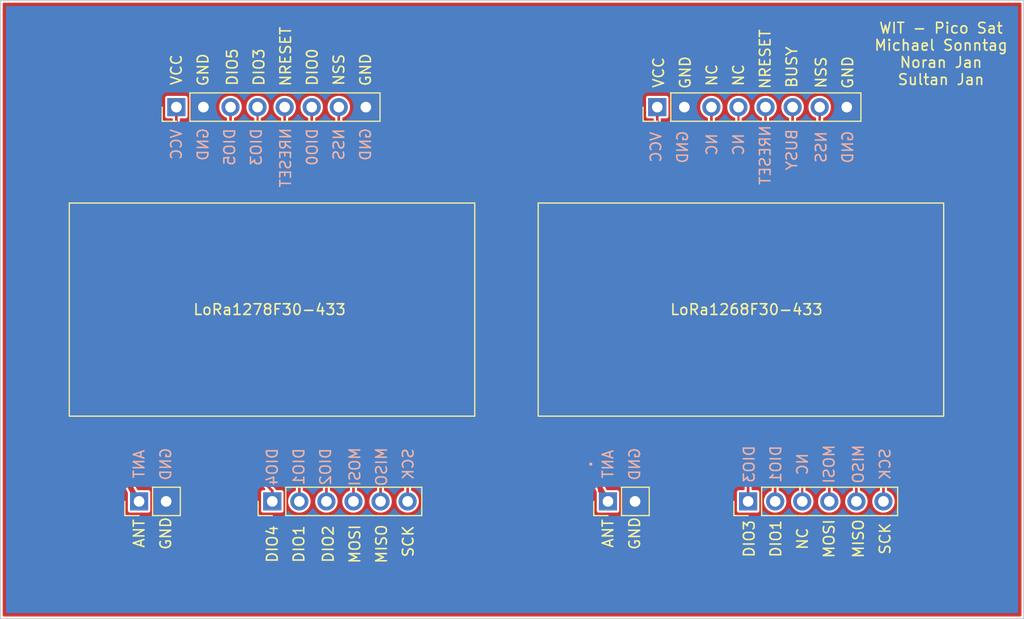
<source format=kicad_pcb>
(kicad_pcb (version 20211014) (generator pcbnew)
  (layers (0 "F.Cu" signal) (31 "B.Cu" signal) (34 "B.Paste" user) (35 "F.Paste" user) (36 "B.SilkS" user "B.Silkscreen") (37 "F.SilkS" user "F.Silkscreen") (38 "B.Mask" user) (39 "F.Mask" user) (44 "Edge.Cuts" user))
  (net 0 "")
  (net 1 "VCC")
  (net 2 "GND")
  (net 3 "DIO5")
  (net 4 "DIO3")
  (net 5 "NRESET")
  (net 6 "DIO0")
  (net 7 "NSS")
  (net 8 "ANT")
  (net 9 "DIO4")
  (net 10 "DIO1")
  (net 11 "DIO2")
  (net 12 "MOSI")
  (net 13 "MISO")
  (net 14 "SCK")
  (net 15 "NC")
  (net 16 "BUSY")
  (footprint "Connector_PinHeader_2.54mm:PinHeader_1x08_P2.54mm_Vertical" (layer "F.Cu") (at 137.125 45 90)
    (fp_text reference "REF**")
    (fp_text value "PinHeader_1x08_P2.54mm_Vertical")
    (fp_line (start -1.33 1.27) (end 1.33 1.27) (layer "F.SilkS") (width 0.12))
    (fp_line (start -1.33 1.27) (end -1.33 19.11) (layer "F.SilkS") (width 0.12))
    (fp_line (start -1.33 0) (end -1.33 -1.33) (layer "F.SilkS") (width 0.12))
    (fp_line (start -1.33 19.11) (end 1.33 19.11) (layer "F.SilkS") (width 0.12))
    (fp_line (start -1.33 -1.33) (end 0 -1.33) (layer "F.SilkS") (width 0.12))
    (fp_line (start 1.33 1.27) (end 1.33 19.11) (layer "F.SilkS") (width 0.12))
    (pad "1" thru_hole rect (at 0 0 90) (size 1.7 1.7) (drill 1) (layers *.Cu *.Mask) (net 1 "VCC"))
    (pad "2" thru_hole oval (at 0 2.54 90) (size 1.7 1.7) (drill 1) (layers *.Cu *.Mask) (net 2 "GND"))
    (pad "3" thru_hole oval (at 0 5.08 90) (size 1.7 1.7) (drill 1) (layers *.Cu *.Mask) (net 15 "NC"))
    (pad "4" thru_hole oval (at 0 7.62 90) (size 1.7 1.7) (drill 1) (layers *.Cu *.Mask) (net 15 "NC"))
    (pad "5" thru_hole oval (at 0 10.16 90) (size 1.7 1.7) (drill 1) (layers *.Cu *.Mask) (net 5 "NRESET"))
    (pad "6" thru_hole oval (at 0 12.7 90) (size 1.7 1.7) (drill 1) (layers *.Cu *.Mask) (net 16 "BUSY"))
    (pad "7" thru_hole oval (at 0 15.24 90) (size 1.7 1.7) (drill 1) (layers *.Cu *.Mask) (net 7 "NSS"))
    (pad "8" thru_hole oval (at 0 17.78 90) (size 1.7 1.7) (drill 1) (layers *.Cu *.Mask) (net 2 "GND"))
  )
  (footprint "Connector_PinHeader_2.54mm:PinHeader_1x06_P2.54mm_Vertical" (layer "F.Cu") (at 145.65 82 90)
    (fp_text reference "REF**")
    (fp_text value "PinHeader_1x06_P2.54mm_Vertical")
    (fp_line (start -1.33 -1.33) (end 0 -1.33) (layer "F.SilkS") (width 0.12))
    (fp_line (start -1.33 0) (end -1.33 -1.33) (layer "F.SilkS") (width 0.12))
    (fp_line (start -1.33 1.27) (end 1.33 1.27) (layer "F.SilkS") (width 0.12))
    (fp_line (start -1.33 14.03) (end 1.33 14.03) (layer "F.SilkS") (width 0.12))
    (fp_line (start -1.33 1.27) (end -1.33 14.03) (layer "F.SilkS") (width 0.12))
    (fp_line (start 1.33 1.27) (end 1.33 14.03) (layer "F.SilkS") (width 0.12))
    (pad "1" thru_hole rect (at 0 0 90) (size 1.7 1.7) (drill 1) (layers *.Cu *.Mask) (net 4 "DIO3"))
    (pad "2" thru_hole oval (at 0 2.54 90) (size 1.7 1.7) (drill 1) (layers *.Cu *.Mask) (net 10 "DIO1"))
    (pad "3" thru_hole oval (at 0 5.08 90) (size 1.7 1.7) (drill 1) (layers *.Cu *.Mask) (net 15 "NC"))
    (pad "4" thru_hole oval (at 0 7.62 90) (size 1.7 1.7) (drill 1) (layers *.Cu *.Mask) (net 12 "MOSI"))
    (pad "5" thru_hole oval (at 0 10.16 90) (size 1.7 1.7) (drill 1) (layers *.Cu *.Mask) (net 13 "MISO"))
    (pad "6" thru_hole oval (at 0 12.7 90) (size 1.7 1.7) (drill 1) (layers *.Cu *.Mask) (net 14 "SCK"))
  )
  (footprint "Connector_PinHeader_2.54mm:PinHeader_1x02_P2.54mm_Vertical" (layer "F.Cu") (at 88.5 82 90)
    (fp_text reference "REF**")
    (fp_text value "PinHeader_1x02_P2.54mm_Vertical")
    (fp_line (start -1.33 1.27) (end -1.33 3.87) (layer "F.SilkS") (width 0.12))
    (fp_line (start -1.33 0) (end -1.33 -1.33) (layer "F.SilkS") (width 0.12))
    (fp_line (start -1.33 1.27) (end 1.33 1.27) (layer "F.SilkS") (width 0.12))
    (fp_line (start -1.33 -1.33) (end 0 -1.33) (layer "F.SilkS") (width 0.12))
    (fp_line (start 1.33 1.27) (end 1.33 3.87) (layer "F.SilkS") (width 0.12))
    (fp_line (start -1.33 3.87) (end 1.33 3.87) (layer "F.SilkS") (width 0.12))
    (pad "1" thru_hole rect (at 0 0 90) (size 1.7 1.7) (drill 1) (layers *.Cu *.Mask) (net 8 "ANT"))
    (pad "2" thru_hole oval (at 0 2.54 90) (size 1.7 1.7) (drill 1) (layers *.Cu *.Mask) (net 2 "GND"))
  )
  (footprint "Connector_PinHeader_2.54mm:PinHeader_1x08_P2.54mm_Vertical" (layer "F.Cu") (at 92 45 90)
    (fp_text reference "REF**")
    (fp_text value "PinHeader_1x08_P2.54mm_Vertical")
    (fp_line (start -1.33 0) (end -1.33 -1.33) (layer "F.SilkS") (width 0.12))
    (fp_line (start -1.33 19.11) (end 1.33 19.11) (layer "F.SilkS") (width 0.12))
    (fp_line (start -1.33 1.27) (end 1.33 1.27) (layer "F.SilkS") (width 0.12))
    (fp_line (start -1.33 1.27) (end -1.33 19.11) (layer "F.SilkS") (width 0.12))
    (fp_line (start 1.33 1.27) (end 1.33 19.11) (layer "F.SilkS") (width 0.12))
    (fp_line (start -1.33 -1.33) (end 0 -1.33) (layer "F.SilkS") (width 0.12))
    (pad "1" thru_hole rect (at 0 0 90) (size 1.7 1.7) (drill 1) (layers *.Cu *.Mask) (net 1 "VCC"))
    (pad "2" thru_hole oval (at 0 2.54 90) (size 1.7 1.7) (drill 1) (layers *.Cu *.Mask) (net 2 "GND"))
    (pad "3" thru_hole oval (at 0 5.08 90) (size 1.7 1.7) (drill 1) (layers *.Cu *.Mask) (net 3 "DIO5"))
    (pad "4" thru_hole oval (at 0 7.62 90) (size 1.7 1.7) (drill 1) (layers *.Cu *.Mask) (net 4 "DIO3"))
    (pad "5" thru_hole oval (at 0 10.16 90) (size 1.7 1.7) (drill 1) (layers *.Cu *.Mask) (net 5 "NRESET"))
    (pad "6" thru_hole oval (at 0 12.7 90) (size 1.7 1.7) (drill 1) (layers *.Cu *.Mask) (net 6 "DIO0"))
    (pad "7" thru_hole oval (at 0 15.24 90) (size 1.7 1.7) (drill 1) (layers *.Cu *.Mask) (net 7 "NSS"))
    (pad "8" thru_hole oval (at 0 17.78 90) (size 1.7 1.7) (drill 1) (layers *.Cu *.Mask) (net 2 "GND"))
  )
  (footprint "Connector_PinHeader_2.54mm:PinHeader_1x02_P2.54mm_Vertical" (layer "F.Cu") (at 132.5 82 90)
    (fp_text reference "REF**")
    (fp_text value "PinHeader_1x02_P2.54mm_Vertical")
    (fp_line (start -1.33 3.87) (end 1.33 3.87) (layer "F.SilkS") (width 0.12))
    (fp_line (start -1.33 1.27) (end -1.33 3.87) (layer "F.SilkS") (width 0.12))
    (fp_line (start 1.33 1.27) (end 1.33 3.87) (layer "F.SilkS") (width 0.12))
    (fp_line (start -1.33 0) (end -1.33 -1.33) (layer "F.SilkS") (width 0.12))
    (fp_line (start -1.33 -1.33) (end 0 -1.33) (layer "F.SilkS") (width 0.12))
    (fp_line (start -1.33 1.27) (end 1.33 1.27) (layer "F.SilkS") (width 0.12))
    (pad "1" thru_hole rect (at 0 0 90) (size 1.7 1.7) (drill 1) (layers *.Cu *.Mask) (net 8 "ANT"))
    (pad "2" thru_hole oval locked (at 0 2.54 90) (size 1.7 1.7) (drill 1) (layers *.Cu *.Mask) (net 2 "GND"))
  )
  (footprint "RF_Module:LoRa1278F30-433" (layer "F.Cu") (at 82 54)
    (fp_text reference "U1" hide)
    (fp_text value "G-NiceRF_LoRa1278F30-433" hide)
    (fp_rect (start -0.05 0) (end 38 20) (layer "F.SilkS") (width 0.12) (fill none))
    (pad "0" smd roundrect (at 5 0) (size 1.8 3) (layers "F.Cu" "F.Paste" "F.Mask") (net 1 "VCC"))
    (pad "1" smd roundrect (at 9 0) (size 1.8 3) (layers "F.Cu" "F.Paste" "F.Mask") (net 2 "GND"))
    (pad "2" smd roundrect (at 13 0) (size 1.8 3) (layers "F.Cu" "F.Paste" "F.Mask") (net 3 "DIO5"))
    (pad "3" smd roundrect (at 17 0) (size 1.8 3) (layers "F.Cu" "F.Paste" "F.Mask") (net 4 "DIO3"))
    (pad "4" smd roundrect (at 21 0) (size 1.8 3) (layers "F.Cu" "F.Paste" "F.Mask") (net 5 "NRESET"))
    (pad "5" smd roundrect (at 25 0) (size 1.8 3) (layers "F.Cu" "F.Paste" "F.Mask") (net 6 "DIO0"))
    (pad "6" smd roundrect (at 29 0) (size 1.8 3) (layers "F.Cu" "F.Paste" "F.Mask") (net 7 "NSS"))
    (pad "7" smd roundrect (at 33 0) (size 1.8 3) (layers "F.Cu" "F.Paste" "F.Mask") (net 2 "GND"))
    (pad "8" smd roundrect (at 5 20) (size 1.8 3) (layers "F.Cu" "F.Paste" "F.Mask") (net 8 "ANT"))
    (pad "9" smd roundrect (at 9 20) (size 1.8 3) (layers "F.Cu" "F.Paste" "F.Mask") (net 2 "GND"))
    (pad "10" smd roundrect (at 13 20) (size 1.8 3) (layers "F.Cu" "F.Paste" "F.Mask") (net 9 "DIO4"))
    (pad "11" smd roundrect (at 17 20) (size 1.8 3) (layers "F.Cu" "F.Paste" "F.Mask") (net 10 "DIO1"))
    (pad "12" smd roundrect (at 21 20) (size 1.8 3) (layers "F.Cu" "F.Paste" "F.Mask") (net 11 "DIO2"))
    (pad "13" smd roundrect (at 25 20) (size 1.8 3) (layers "F.Cu" "F.Paste" "F.Mask") (net 12 "MOSI"))
    (pad "14" smd roundrect (at 29 20) (size 1.8 3) (layers "F.Cu" "F.Paste" "F.Mask") (net 13 "MISO"))
    (pad "15" smd roundrect (at 33 20) (size 1.8 3) (layers "F.Cu" "F.Paste" "F.Mask") (net 14 "SCK"))
  )
  (footprint "RF_Module:LoRa1268F30-433" (layer "F.Cu") (at 126 54)
    (fp_text reference "REF**" hide)
    (fp_text value "LoRa1268F30-433" hide)
    (fp_rect (start -0.05 0) (end 38 20) (layer "F.SilkS") (width 0.12) (fill none))
    (pad "0" smd roundrect (at 5 0) (size 1.8 3) (layers "F.Cu" "F.Paste" "F.Mask") (net 1 "VCC"))
    (pad "1" smd roundrect (at 9 0) (size 1.8 3) (layers "F.Cu" "F.Paste" "F.Mask") (net 2 "GND"))
    (pad "2" smd roundrect (at 13 0) (size 1.8 3) (layers "F.Cu" "F.Paste" "F.Mask") (net 15 "NC"))
    (pad "3" smd roundrect (at 17 0) (size 1.8 3) (layers "F.Cu" "F.Paste" "F.Mask" "Dwgs.User") (net 15 "NC"))
    (pad "4" smd roundrect (at 21 0) (size 1.8 3) (layers "F.Cu" "F.Paste" "F.Mask") (net 5 "NRESET"))
    (pad "5" smd roundrect (at 25 0) (size 1.8 3) (layers "F.Cu" "F.Paste" "F.Mask") (net 16 "BUSY"))
    (pad "6" smd roundrect (at 29 0) (size 1.8 3) (layers "F.Cu" "F.Paste" "F.Mask") (net 7 "NSS"))
    (pad "7" smd roundrect (at 33 0) (size 1.8 3) (layers "F.Cu" "F.Paste" "F.Mask") (net 2 "GND"))
    (pad "8" smd roundrect (at 5 20) (size 1.8 3) (layers "F.Cu" "F.Paste" "F.Mask") (net 8 "ANT"))
    (pad "9" smd roundrect (at 9 20) (size 1.8 3) (layers "F.Cu" "F.Paste" "F.Mask") (net 2 "GND"))
    (pad "10" smd roundrect (at 13 20) (size 1.8 3) (layers "F.Cu" "F.Paste" "F.Mask") (net 4 "DIO3"))
    (pad "11" smd roundrect (at 17 20) (size 1.8 3) (layers "F.Cu" "F.Paste" "F.Mask") (net 10 "DIO1"))
    (pad "12" smd roundrect (at 21 20) (size 1.8 3) (layers "F.Cu" "F.Paste" "F.Mask") (net 15 "NC"))
    (pad "13" smd roundrect (at 25 20) (size 1.8 3) (layers "F.Cu" "F.Paste" "F.Mask") (net 12 "MOSI"))
    (pad "14" smd roundrect (at 29 20) (size 1.8 3) (layers "F.Cu" "F.Paste" "F.Mask") (net 13 "MISO"))
    (pad "15" smd roundrect (at 33 20) (size 1.8 3) (layers "F.Cu" "F.Paste" "F.Mask") (net 14 "SCK"))
  )
  (footprint "Connector_PinHeader_2.54mm:PinHeader_1x06_P2.54mm_Vertical" (layer "F.Cu") (at 101 82 90)
    (fp_text reference "REF**")
    (fp_text value "PinHeader_1x06_P2.54mm_Vertical")
    (fp_line (start -1.33 0) (end -1.33 -1.33) (layer "F.SilkS") (width 0.12))
    (fp_line (start -1.33 -1.33) (end 0 -1.33) (layer "F.SilkS") (width 0.12))
    (fp_line (start 1.33 1.27) (end 1.33 14.03) (layer "F.SilkS") (width 0.12))
    (fp_line (start -1.33 1.27) (end -1.33 14.03) (layer "F.SilkS") (width 0.12))
    (fp_line (start -1.33 1.27) (end 1.33 1.27) (layer "F.SilkS") (width 0.12))
    (fp_line (start -1.33 14.03) (end 1.33 14.03) (layer "F.SilkS") (width 0.12))
    (pad "1" thru_hole rect (at 0 0 90) (size 1.7 1.7) (drill 1) (layers *.Cu *.Mask) (net 9 "DIO4"))
    (pad "2" thru_hole oval (at 0 2.54 90) (size 1.7 1.7) (drill 1) (layers *.Cu *.Mask) (net 10 "DIO1"))
    (pad "3" thru_hole oval (at 0 5.08 90) (size 1.7 1.7) (drill 1) (layers *.Cu *.Mask) (net 11 "DIO2"))
    (pad "4" thru_hole oval (at 0 7.62 90) (size 1.7 1.7) (drill 1) (layers *.Cu *.Mask) (net 12 "MOSI"))
    (pad "5" thru_hole oval (at 0 10.16 90) (size 1.7 1.7) (drill 1) (layers *.Cu *.Mask) (net 13 "MISO"))
    (pad "6" thru_hole oval (at 0 12.7 90) (size 1.7 1.7) (drill 1) (layers *.Cu *.Mask) (net 14 "SCK"))
  )
  (gr_arc (start 131.75 81) (mid 131.75 81) (end 131.75 81) (layer "F.Cu") (width 0.2))
  (gr_arc (start 88.5 82) (mid 87.297882 79.635635) (end 87 77) (layer "F.Cu") (width 0.5))
  (gr_arc (start 132.5 82) (mid 131.340573 79.622828) (end 131 77) (layer "F.Cu") (width 0.5))
  (gr_arc (start 130.891911 78.5) (mid 130.891911 78.5) (end 130.891911 78.5) (layer "B.SilkS") (width 0.15))
  (gr_line (start 75.5 93) (end 75.5 35) (layer "Edge.Cuts") (width 0.1))
  (gr_line (start 171.5 35) (end 171.5 93) (layer "Edge.Cuts") (width 0.1))
  (gr_line (start 75.5 35) (end 171.5 35) (layer "Edge.Cuts") (width 0.1))
  (gr_line (start 171.5 93) (end 75.5 93) (layer "Edge.Cuts") (width 0.1))
  (gr_text "BUSY" (at 149.75 49 90) (layer "B.SilkS") (effects (font (size 1 1)) (justify mirror)))
  (gr_text "ANT" (at 132.5 78.5 90) (layer "B.SilkS") (effects (font (size 1 1)) (justify mirror)))
  (gr_text "GND" (at 109.75 48.5 90) (layer "B.SilkS") (effects (font (size 1 1)) (justify mirror)))
  (gr_text "NSS" (at 152.5 48.75 90) (layer "B.SilkS") (effects (font (size 1 1)) (justify mirror)))
  (gr_text "NSS" (at 107.25 48.5 90) (layer "B.SilkS") (effects (font (size 1 1)) (justify mirror)))
  (gr_text "DIO1" (at 103.5 78.75 90) (layer "B.SilkS") (effects (font (size 1 1)) (justify mirror)))
  (gr_text "NC" (at 150.75 78.5 90) (layer "B.SilkS") (effects (font (size 1 1)) (justify mirror)))
  (gr_text "DIO2" (at 106 78.75 90) (layer "B.SilkS") (effects (font (size 1 1)) (justify mirror)))
  (gr_text "VCC" (at 137 48.75 90) (layer "B.SilkS") (effects (font (size 1 1)) (justify mirror)))
  (gr_text "DIO0" (at 104.75 48.75 90) (layer "B.SilkS") (effects (font (size 1 1)) (justify mirror)))
  (gr_text "NC" (at 142.25 48.5 90) (layer "B.SilkS") (effects (font (size 1 1)) (justify mirror)))
  (gr_text "DIO5" (at 97 48.75 90) (layer "B.SilkS") (effects (font (size 1 1)) (justify mirror)))
  (gr_text "MISO" (at 111.25 78.75 90) (layer "B.SilkS") (effects (font (size 1 1)) (justify mirror)))
  (gr_text "MOSI" (at 108.75 78.75 90) (layer "B.SilkS") (effects (font (size 1 1)) (justify mirror)))
  (gr_text "GND" (at 135 78.5 90) (layer "B.SilkS") (effects (font (size 1 1)) (justify mirror)))
  (gr_text "DIO3" (at 145.75 78.5 90) (layer "B.SilkS") (effects (font (size 1 1)) (justify mirror)))
  (gr_text "NC" (at 144.75 48.5 90) (layer "B.SilkS") (effects (font (size 1 1)) (justify mirror)))
  (gr_text "DIO1" (at 148.25 78.5 90) (layer "B.SilkS") (effects (font (size 1 1)) (justify mirror)))
  (gr_text "DIO3" (at 99.5 48.75 90) (layer "B.SilkS") (effects (font (size 1 1)) (justify mirror)))
  (gr_text "GND" (at 91 78.5 90) (layer "B.SilkS") (effects (font (size 1 1)) (justify mirror)))
  (gr_text "NRESET" (at 147.25 49.5 90) (layer "B.SilkS") (effects (font (size 1 1)) (justify mirror)))
  (gr_text "GND" (at 155 48.75 90) (layer "B.SilkS") (effects (font (size 1 1)) (justify mirror)))
  (gr_text "MISO" (at 156 78.5 90) (layer "B.SilkS") (effects (font (size 1 1)) (justify mirror)))
  (gr_text "GND" (at 139.5 48.75 90) (layer "B.SilkS") (effects (font (size 1 1)) (justify mirror)))
  (gr_text "MOSI" (at 153.25 78.5 90) (layer "B.SilkS") (effects (font (size 1 1)) (justify mirror)))
  (gr_text "DIO4" (at 101 78.75 90) (layer "B.SilkS") (effects (font (size 1 1)) (justify mirror)))
  (gr_text "GND" (at 94.5 48.5 90) (layer "B.SilkS") (effects (font (size 1 1)) (justify mirror)))
  (gr_text "VCC" (at 92 48.5 90) (layer "B.SilkS") (effects (font (size 1 1)) (justify mirror)))
  (gr_text "SCK\n" (at 113.75 78.5 90) (layer "B.SilkS") (effects (font (size 1 1)) (justify mirror)))
  (gr_text "NRESET" (at 102.25 49.75 90) (layer "B.SilkS") (effects (font (size 1 1)) (justify mirror)))
  (gr_text "ANT" (at 88.5 78.5 90) (layer "B.SilkS") (effects (font (size 1 1)) (justify mirror)))
  (gr_text "SCK\n" (at 158.5 78.5 90) (layer "B.SilkS") (effects (font (size 1 1)) (justify mirror)))
  (gr_text "MOSI" (at 153.25 85.5 90) (layer "F.SilkS") (effects (font (size 1 1))))
  (gr_text "LoRa1278F30-433" (at 100.75 64) (layer "F.SilkS") (effects (font (size 1 1))))
  (gr_text "LoRa1268F30-433" (at 145.5 64) (layer "F.SilkS") (effects (font (size 1 1))))
  (gr_text "NRESET" (at 102.25 40.25 90) (layer "F.SilkS") (effects (font (size 1 1))))
  (gr_text "DIO5" (at 97.25 41.25 90) (layer "F.SilkS") (effects (font (size 1 1))))
  (gr_text "NC" (at 142.25 42 90) (layer "F.SilkS") (effects (font (size 1 1))))
  (gr_text "ANT" (at 88.5 85 90) (layer "F.SilkS") (effects (font (size 1 1))))
  (gr_text "ANT" (at 132.5 85 90) (layer "F.SilkS") (effects (font (size 1 1))))
  (gr_text "SCK" (at 113.75 85.75 90) (layer "F.SilkS") (effects (font (size 1 1))))
  (gr_text "DIO0" (at 104.75 41.25 90) (layer "F.SilkS") (effects (font (size 1 1))))
  (gr_text "DIO1" (at 103.5 86 90) (layer "F.SilkS") (effects (font (size 1 1))))
  (gr_text "GND" (at 155 41.75 90) (layer "F.SilkS") (effects (font (size 1 1))))
  (gr_text "NSS" (at 152.5 41.75 90) (layer "F.SilkS") (effects (font (size 1 1))))
  (gr_text "DIO2" (at 106.25 86 90) (layer "F.SilkS") (effects (font (size 1 1))))
  (gr_text "GND" (at 135 85 90) (layer "F.SilkS") (effects (font (size 1 1))))
  (gr_text "VCC" (at 92 41.5 90) (layer "F.SilkS") (effects (font (size 1 1))))
  (gr_text "WIT - Pico Sat\nMichael Sonntag\nNoran Jan\nSultan Jan" (at 163.75 40) (layer "F.SilkS") (effects (font (size 1 1))))
  (gr_text "GND" (at 109.75 41.5 90) (layer "F.SilkS") (effects (font (size 1 1))))
  (gr_text "SCK" (at 158.5 85.5 90) (layer "F.SilkS") (effects (font (size 1 1))))
  (gr_text "MOSI" (at 108.75 86 90) (layer "F.SilkS") (effects (font (size 1 1))))
  (gr_text "NRESET" (at 147.25 40.5 90) (layer "F.SilkS") (effects (font (size 1 1))))
  (gr_text "MISO" (at 156 85.5 90) (layer "F.SilkS") (effects (font (size 1 1))))
  (gr_text "NSS" (at 107.25 41.5 90) (layer "F.SilkS") (effects (font (size 1 1))))
  (gr_text "NC" (at 150.75 85.5 90) (layer "F.SilkS") (effects (font (size 1 1))))
  (gr_text "DIO3\n" (at 145.75 85.5 90) (layer "F.SilkS") (effects (font (size 1 1))))
  (gr_text "BUSY" (at 149.75 41.25 90) (layer "F.SilkS") (effects (font (size 1 1))))
  (gr_text "DIO1" (at 148.25 85.5 90) (layer "F.SilkS") (effects (font (size 1 1))))
  (gr_text "GND" (at 94.5 41.5 90) (layer "F.SilkS") (effects (font (size 1 1))))
  (gr_text "VCC" (at 137.25 41.75 90) (layer "F.SilkS") (effects (font (size 1 1))))
  (gr_text "NC" (at 144.75 42 90) (layer "F.SilkS") (effects (font (size 1 1))))
  (gr_text "DIO3" (at 99.75 41.25 90) (layer "F.SilkS") (effects (font (size 1 1))))
  (gr_text "GND" (at 139.75 41.75 90) (layer "F.SilkS") (effects (font (size 1 1))))
  (gr_text "MISO" (at 111.25 86 90) (layer "F.SilkS") (effects (font (size 1 1))))
  (gr_text "GND" (at 91 85 90) (layer "F.SilkS") (effects (font (size 1 1))))
  (gr_text "DIO4" (at 101 86 90) (layer "F.SilkS") (effects (font (size 1 1))))
  (segment (start 137.125 46.875) (end 137.125 45) (width 0.25) (layer "F.Cu") (net 1))
  (segment (start 87 55) (end 87 53) (width 0.25) (layer "F.Cu") (net 1))
  (segment (start 131 53) (end 137.125 46.875) (width 0.25) (layer "F.Cu") (net 1))
  (segment (start 131 55) (end 131 53) (width 0.25) (layer "F.Cu") (net 1))
  (segment (start 87 53) (end 92 48) (width 0.25) (layer "F.Cu") (net 1))
  (segment (start 92 48) (end 92 45) (width 0.25) (layer "F.Cu") (net 1))
  (segment (start 154.905 48.905) (end 154.905 45) (width 0.25) (layer "F.Cu") (net 2))
  (segment (start 91 53) (end 94.54 49.46) (width 0.25) (layer "F.Cu") (net 2))
  (segment (start 109.78 47.78) (end 109.78 45) (width 0.25) (layer "F.Cu") (net 2))
  (segment (start 135 55) (end 135 53) (width 0.25) (layer "F.Cu") (net 2))
  (segment (start 135 73) (end 135 82) (width 0.5) (layer "F.Cu") (net 2))
  (segment (start 135 73) (end 135 82) (width 0.5) (layer "F.Cu") (net 2))
  (segment (start 94.54 49.46) (end 94.54 45) (width 0.25) (layer "F.Cu") (net 2))
  (segment (start 91 73) (end 91 82) (width 0.5) (layer "F.Cu") (net 2))
  (segment (start 139.665 48.335) (end 139.665 45) (width 0.25) (layer "F.Cu") (net 2))
  (segment (start 159 53) (end 154.905 48.905) (width 0.25) (layer "F.Cu") (net 2))
  (segment (start 159 55) (end 159 53) (width 0.25) (layer "F.Cu") (net 2))
  (segment (start 91 55) (end 91 53) (width 0.25) (layer "F.Cu") (net 2))
  (segment (start 135 53) (end 139.665 48.335) (width 0.25) (layer "F.Cu") (net 2))
  (segment (start 115 55) (end 115 53) (width 0.25) (layer "F.Cu") (net 2))
  (segment (start 115 53) (end 109.78 47.78) (width 0.25) (layer "F.Cu") (net 2))
  (segment (start 95 53) (end 97.08 50.92) (width 0.25) (layer "F.Cu") (net 3))
  (segment (start 95 55) (end 95 53) (width 0.25) (layer "F.Cu") (net 3))
  (segment (start 97.08 50.92) (end 97.08 45) (width 0.25) (layer "F.Cu") (net 3))
  (segment (start 99.62 49.38) (end 99.62 45) (width 0.2) (layer "F.Cu") (net 4))
  (segment (start 145 79.25) (end 145.65 79.9) (width 0.25) (layer "F.Cu") (net 4))
  (segment (start 139 73) (end 139 79.25) (width 0.25) (layer "F.Cu") (net 4))
  (segment (start 99 55) (end 99 50) (width 0.2) (layer "F.Cu") (net 4))
  (segment (start 99 50) (end 99.62 49.38) (width 0.2) (layer "F.Cu") (net 4))
  (segment (start 139 79.25) (end 145 79.25) (width 0.25) (layer "F.Cu") (net 4))
  (segment (start 145.65 79.9) (end 145.65 82) (width 0.25) (layer "F.Cu") (net 4))
  (segment (start 147.285 52.715) (end 147.285 45) (width 0.25) (layer "F.Cu") (net 5))
  (segment (start 103 53) (end 102.16 52.16) (width 0.25) (layer "F.Cu") (net 5))
  (segment (start 103 55) (end 103 53) (width 0.25) (layer "F.Cu") (net 5))
  (segment (start 102.16 52.16) (end 102.16 45) (width 0.25) (layer "F.Cu") (net 5))
  (segment (start 107 53) (end 104.7 50.7) (width 0.25) (layer "F.Cu") (net 6))
  (segment (start 107 55) (end 107 53) (width 0.25) (layer "F.Cu") (net 6))
  (segment (start 104.7 50.7) (end 104.7 45) (width 0.25) (layer "F.Cu") (net 6))
  (segment (start 111 55) (end 111 53) (width 0.25) (layer "F.Cu") (net 7))
  (segment (start 155 55) (end 155 53) (width 0.25) (layer "F.Cu") (net 7))
  (segment (start 155 53) (end 152.365 50.365) (width 0.25) (layer "F.Cu") (net 7))
  (segment (start 111 53) (end 107.24 49.24) (width 0.25) (layer "F.Cu") (net 7))
  (segment (start 107.24 49.24) (end 107.24 45) (width 0.25) (layer "F.Cu") (net 7))
  (segment (start 152.365 50.365) (end 152.365 45) (width 0.25) (layer "F.Cu") (net 7))
  (segment (start 131 73) (end 131 77) (width 0.5) (layer "F.Cu") (net 8))
  (segment (start 87 77) (end 87 73) (width 0.5) (layer "F.Cu") (net 8))
  (segment (start 95 75) (end 101 81) (width 0.25) (layer "F.Cu") (net 9))
  (segment (start 101 81) (end 101 82) (width 0.25) (layer "F.Cu") (net 9))
  (segment (start 95 73) (end 95 75) (width 0.25) (layer "F.Cu") (net 9))
  (segment (start 143 73) (end 143 74) (width 0.25) (layer "F.Cu") (net 10))
  (segment (start 99 73) (end 99 75) (width 0.25) (layer "F.Cu") (net 10))
  (segment (start 103.54 79.54) (end 103.54 82) (width 0.25) (layer "F.Cu") (net 10))
  (segment (start 99 75) (end 103.54 79.54) (width 0.25) (layer "F.Cu") (net 10))
  (segment (start 143 74) (end 143 77.5) (width 0.25) (layer "F.Cu") (net 10))
  (segment (start 143 77.5) (end 146.5 77.5) (width 0.25) (layer "F.Cu") (net 10))
  (segment (start 146.5 77.5) (end 148.19 79.19) (width 0.25) (layer "F.Cu") (net 10))
  (segment (start 148.19 79.19) (end 148.19 82) (width 0.25) (layer "F.Cu") (net 10))
  (segment (start 103 75) (end 106.08 78.08) (width 0.25) (layer "F.Cu") (net 11))
  (segment (start 106.08 78.08) (end 106.08 82) (width 0.25) (layer "F.Cu") (net 11))
  (segment (start 103 73) (end 103 75) (width 0.25) (layer "F.Cu") (net 11))
  (segment (start 107 73) (end 107 75) (width 0.25) (layer "F.Cu") (net 12))
  (segment (start 153.27 79.52) (end 153.27 82) (width 0.25) (layer "F.Cu") (net 12))
  (segment (start 151 77.25) (end 153.27 79.52) (width 0.25) (layer "F.Cu") (net 12))
  (segment (start 107 75) (end 108.62 76.62) (width 0.25) (layer "F.Cu") (net 12))
  (segment (start 108.62 76.62) (end 108.62 82) (width 0.25) (layer "F.Cu") (net 12))
  (segment (start 151 73) (end 151 77.25) (width 0.25) (layer "F.Cu") (net 12))
  (segment (start 111 73) (end 111.16 73.16) (width 0.25) (layer "F.Cu") (net 13))
  (segment (start 111.16 73.16) (end 111.16 82) (width 0.25) (layer "F.Cu") (net 13))
  (segment (start 155 77) (end 155.81 77.81) (width 0.25) (layer "F.Cu") (net 13))
  (segment (start 155.81 77.81) (end 155.81 82) (width 0.25) (layer "F.Cu") (net 13))
  (segment (start 155 73) (end 155 77) (width 0.25) (layer "F.Cu") (net 13))
  (segment (start 158.35 78.65) (end 158.35 82) (width 0.25) (layer "F.Cu") (net 14))
  (segment (start 115 76) (end 113.7 77.3) (width 0.25) (layer "F.Cu") (net 14))
  (segment (start 115 73) (end 115 76) (width 0.25) (layer "F.Cu") (net 14))
  (segment (start 159 78) (end 158.35 78.65) (width 0.25) (layer "F.Cu") (net 14))
  (segment (start 113.7 77.3) (end 113.7 82) (width 0.25) (layer "F.Cu") (net 14))
  (segment (start 159 73) (end 159 78) (width 0.25) (layer "F.Cu") (net 14))
  (segment (start 139 55) (end 139 53) (width 0.25) (layer "F.Cu") (net 15))
  (segment (start 147 76.25) (end 150.73 79.98) (width 0.2) (layer "F.Cu") (net 15))
  (segment (start 139 53) (end 142.205 49.795) (width 0.25) (layer "F.Cu") (net 15))
  (segment (start 142.205 49.795) (end 142.205 45) (width 0.25) (layer "F.Cu") (net 15))
  (segment (start 144.745 51.255) (end 144.745 45) (width 0.2) (layer "F.Cu") (net 15))
  (segment (start 143 55) (end 143 53) (width 0.2) (layer "F.Cu") (net 15))
  (segment (start 143 53) (end 144.745 51.255) (width 0.2) (layer "F.Cu") (net 15))
  (segment (start 150.73 79.98) (end 150.73 82) (width 0.2) (layer "F.Cu") (net 15))
  (segment (start 147 73) (end 147 76.25) (width 0.2) (layer "F.Cu") (net 15))
  (segment (start 151 53) (end 149.825 51.825) (width 0.25) (layer "F.Cu") (net 16))
  (segment (start 151 55) (end 151 53) (width 0.25) (layer "F.Cu") (net 16))
  (segment (start 149.825 51.825) (end 149.825 45) (width 0.25) (layer "F.Cu") (net 16))
  (zone (net 0) (net_name "") (layer "F.Cu") (connect_pads (clearance 0)) (min_thickness 0.254)
    (keepout (tracks allowed) (vias allowed) (pads allowed) (copperpour not_allowed) (footprints allowed))
    (fill (thermal_gap 0.508) (thermal_bridge_width 0.508))
    (polygon (pts (xy 118.75 71.75) (xy 83 71.75) (xy 83 56) (xy 118.75 56)))
  )
  (zone (net 0) (net_name "") (layer "F.Cu") (connect_pads (clearance 0)) (min_thickness 0.254)
    (keepout (tracks allowed) (vias allowed) (pads allowed) (copperpour not_allowed) (footprints allowed))
    (fill (thermal_gap 0.508) (thermal_bridge_width 0.508))
    (polygon (pts (xy 163 56) (xy 163 71.75) (xy 127 71.75) (xy 127 56)))
  )
  (zone (net 2) (net_name "GND") (layer "F.Cu") (name "GND") (connect_pads yes (clearance 0.2)) (min_thickness 0.2) (fill yes (thermal_gap 0.2) (thermal_bridge_width 0.2))
    (polygon (pts (xy 171.5 93) (xy 75.5 93) (xy 75.5 35) (xy 171.5 35)))
  )
  (zone (net 2) (net_name "GND") (layer "B.Cu") (connect_pads yes (clearance 0.508)) (min_thickness 0.254) (fill yes (thermal_gap 0.508) (thermal_bridge_width 0.508))
    (polygon (pts (xy 171.5 93) (xy 75.5 93) (xy 75.5 35) (xy 171.5 35)))
  )
)
</source>
